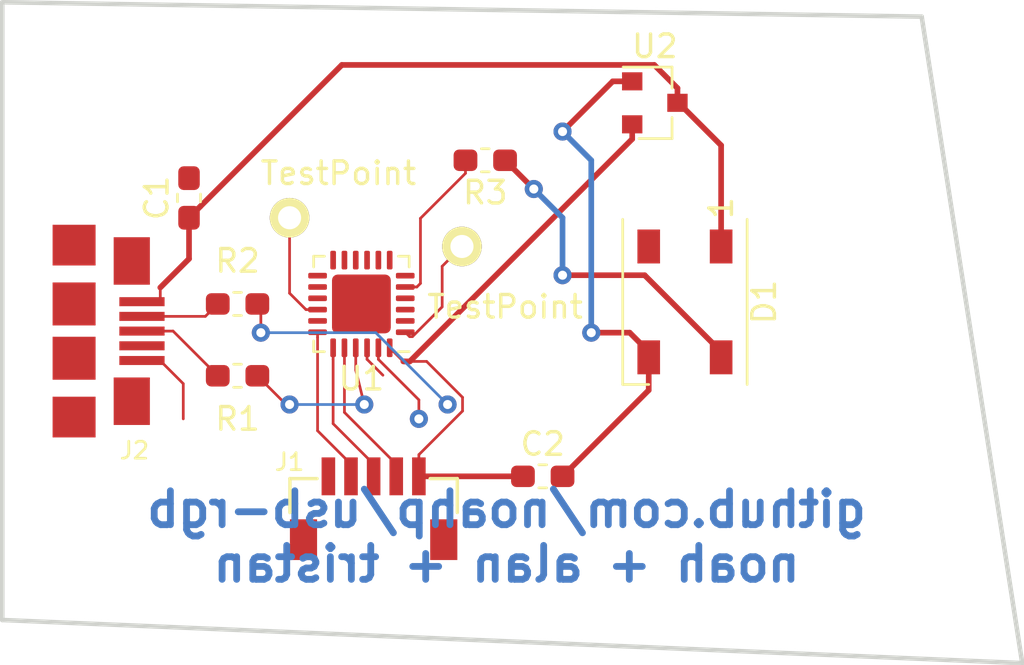
<source format=kicad_pcb>
(kicad_pcb (version 20171130) (host pcbnew 5.0.0-fee4fd1~66~ubuntu18.04.1)

  (general
    (thickness 1.6)
    (drawings 6)
    (tracks 95)
    (zones 0)
    (modules 12)
    (nets 32)
  )

  (page A4)
  (layers
    (0 F.Cu signal)
    (31 B.Cu signal)
    (32 B.Adhes user)
    (33 F.Adhes user)
    (34 B.Paste user)
    (35 F.Paste user)
    (36 B.SilkS user)
    (37 F.SilkS user)
    (38 B.Mask user)
    (39 F.Mask user)
    (40 Dwgs.User user)
    (41 Cmts.User user)
    (42 Eco1.User user)
    (43 Eco2.User user)
    (44 Edge.Cuts user)
    (45 Margin user)
    (46 B.CrtYd user)
    (47 F.CrtYd user)
    (48 B.Fab user)
    (49 F.Fab user hide)
  )

  (setup
    (last_trace_width 0.12)
    (user_trace_width 0.12)
    (trace_clearance 0.2)
    (zone_clearance 0.508)
    (zone_45_only no)
    (trace_min 0.1)
    (segment_width 0.2)
    (edge_width 0.15)
    (via_size 0.8)
    (via_drill 0.4)
    (via_min_size 0.4)
    (via_min_drill 0.3)
    (uvia_size 0.3)
    (uvia_drill 0.1)
    (uvias_allowed no)
    (uvia_min_size 0.2)
    (uvia_min_drill 0.1)
    (pcb_text_width 0.3)
    (pcb_text_size 1.5 1.5)
    (mod_edge_width 0.15)
    (mod_text_size 1 1)
    (mod_text_width 0.15)
    (pad_size 1.524 1.524)
    (pad_drill 0.762)
    (pad_to_mask_clearance 0.2)
    (aux_axis_origin 0 0)
    (visible_elements FFFFFF7F)
    (pcbplotparams
      (layerselection 0x010fc_ffffffff)
      (usegerberextensions false)
      (usegerberattributes false)
      (usegerberadvancedattributes false)
      (creategerberjobfile false)
      (excludeedgelayer true)
      (linewidth 0.100000)
      (plotframeref false)
      (viasonmask false)
      (mode 1)
      (useauxorigin false)
      (hpglpennumber 1)
      (hpglpenspeed 20)
      (hpglpendiameter 15.000000)
      (psnegative false)
      (psa4output false)
      (plotreference true)
      (plotvalue true)
      (plotinvisibletext false)
      (padsonsilk false)
      (subtractmaskfromsilk false)
      (outputformat 1)
      (mirror false)
      (drillshape 1)
      (scaleselection 1)
      (outputdirectory ""))
  )

  (net 0 "")
  (net 1 GND)
  (net 2 /usb_vbus)
  (net 3 /vdd)
  (net 4 /rgb_ctl)
  (net 5 "Net-(D1-Pad2)")
  (net 6 /~rst)
  (net 7 /swclk)
  (net 8 /swdio)
  (net 9 "Net-(J2-Pad6)")
  (net 10 /usb_dm)
  (net 11 /usb_dp)
  (net 12 "Net-(J2-Pad4)")
  (net 13 /mcu_usbdm)
  (net 14 /mcu_usbdp)
  (net 15 /sercom0-pad[0])
  (net 16 /usb_sof_pin)
  (net 17 /touch_sns)
  (net 18 "Net-(U1-Pad2)")
  (net 19 "Net-(U1-Pad3)")
  (net 20 "Net-(U1-Pad4)")
  (net 21 "Net-(U1-Pad6)")
  (net 22 "Net-(U1-Pad7)")
  (net 23 "Net-(U1-Pad8)")
  (net 24 "Net-(U1-Pad9)")
  (net 25 "Net-(U1-Pad10)")
  (net 26 "Net-(U1-Pad11)")
  (net 27 "Net-(U1-Pad12)")
  (net 28 "Net-(U1-Pad13)")
  (net 29 "Net-(U1-Pad14)")
  (net 30 "Net-(U1-Pad15)")
  (net 31 "Net-(U1-Pad17)")

  (net_class Default "This is the default net class."
    (clearance 0.2)
    (trace_width 0.25)
    (via_dia 0.8)
    (via_drill 0.4)
    (uvia_dia 0.3)
    (uvia_drill 0.1)
    (add_net /mcu_usbdm)
    (add_net /mcu_usbdp)
    (add_net /rgb_ctl)
    (add_net /sercom0-pad[0])
    (add_net /swclk)
    (add_net /swdio)
    (add_net /touch_sns)
    (add_net /usb_dm)
    (add_net /usb_dp)
    (add_net /usb_sof_pin)
    (add_net /usb_vbus)
    (add_net /vdd)
    (add_net /~rst)
    (add_net GND)
    (add_net "Net-(D1-Pad2)")
    (add_net "Net-(J2-Pad4)")
    (add_net "Net-(J2-Pad6)")
    (add_net "Net-(U1-Pad10)")
    (add_net "Net-(U1-Pad11)")
    (add_net "Net-(U1-Pad12)")
    (add_net "Net-(U1-Pad13)")
    (add_net "Net-(U1-Pad14)")
    (add_net "Net-(U1-Pad15)")
    (add_net "Net-(U1-Pad17)")
    (add_net "Net-(U1-Pad2)")
    (add_net "Net-(U1-Pad3)")
    (add_net "Net-(U1-Pad4)")
    (add_net "Net-(U1-Pad6)")
    (add_net "Net-(U1-Pad7)")
    (add_net "Net-(U1-Pad8)")
    (add_net "Net-(U1-Pad9)")
  )

  (module Capacitor_SMD:C_0603_1608Metric_Pad1.05x0.95mm_HandSolder (layer F.Cu) (tedit 5B301BBE) (tstamp 5BC4F0EA)
    (at 132.08 94.375 90)
    (descr "Capacitor SMD 0603 (1608 Metric), square (rectangular) end terminal, IPC_7351 nominal with elongated pad for handsoldering. (Body size source: http://www.tortai-tech.com/upload/download/2011102023233369053.pdf), generated with kicad-footprint-generator")
    (tags "capacitor handsolder")
    (path /5BA6E9FD)
    (attr smd)
    (fp_text reference C1 (at 0 -1.43 90) (layer F.SilkS)
      (effects (font (size 1 1) (thickness 0.15)))
    )
    (fp_text value C (at 0 1.43 90) (layer F.Fab)
      (effects (font (size 1 1) (thickness 0.15)))
    )
    (fp_text user %R (at 0 0 90) (layer F.Fab)
      (effects (font (size 0.4 0.4) (thickness 0.06)))
    )
    (fp_line (start 1.65 0.73) (end -1.65 0.73) (layer F.CrtYd) (width 0.05))
    (fp_line (start 1.65 -0.73) (end 1.65 0.73) (layer F.CrtYd) (width 0.05))
    (fp_line (start -1.65 -0.73) (end 1.65 -0.73) (layer F.CrtYd) (width 0.05))
    (fp_line (start -1.65 0.73) (end -1.65 -0.73) (layer F.CrtYd) (width 0.05))
    (fp_line (start -0.171267 0.51) (end 0.171267 0.51) (layer F.SilkS) (width 0.12))
    (fp_line (start -0.171267 -0.51) (end 0.171267 -0.51) (layer F.SilkS) (width 0.12))
    (fp_line (start 0.8 0.4) (end -0.8 0.4) (layer F.Fab) (width 0.1))
    (fp_line (start 0.8 -0.4) (end 0.8 0.4) (layer F.Fab) (width 0.1))
    (fp_line (start -0.8 -0.4) (end 0.8 -0.4) (layer F.Fab) (width 0.1))
    (fp_line (start -0.8 0.4) (end -0.8 -0.4) (layer F.Fab) (width 0.1))
    (pad 2 smd roundrect (at 0.875 0 90) (size 1.05 0.95) (layers F.Cu F.Paste F.Mask) (roundrect_rratio 0.25)
      (net 1 GND))
    (pad 1 smd roundrect (at -0.875 0 90) (size 1.05 0.95) (layers F.Cu F.Paste F.Mask) (roundrect_rratio 0.25)
      (net 2 /usb_vbus))
    (model ${KISYS3DMOD}/Capacitor_SMD.3dshapes/C_0603_1608Metric.wrl
      (at (xyz 0 0 0))
      (scale (xyz 1 1 1))
      (rotate (xyz 0 0 0))
    )
  )

  (module Capacitor_SMD:C_0603_1608Metric_Pad1.05x0.95mm_HandSolder (layer F.Cu) (tedit 5B301BBE) (tstamp 5BC4F0FB)
    (at 147.715 106.68)
    (descr "Capacitor SMD 0603 (1608 Metric), square (rectangular) end terminal, IPC_7351 nominal with elongated pad for handsoldering. (Body size source: http://www.tortai-tech.com/upload/download/2011102023233369053.pdf), generated with kicad-footprint-generator")
    (tags "capacitor handsolder")
    (path /5BA6A54F)
    (attr smd)
    (fp_text reference C2 (at 0 -1.43) (layer F.SilkS)
      (effects (font (size 1 1) (thickness 0.15)))
    )
    (fp_text value C (at 0 1.43) (layer F.Fab)
      (effects (font (size 1 1) (thickness 0.15)))
    )
    (fp_line (start -0.8 0.4) (end -0.8 -0.4) (layer F.Fab) (width 0.1))
    (fp_line (start -0.8 -0.4) (end 0.8 -0.4) (layer F.Fab) (width 0.1))
    (fp_line (start 0.8 -0.4) (end 0.8 0.4) (layer F.Fab) (width 0.1))
    (fp_line (start 0.8 0.4) (end -0.8 0.4) (layer F.Fab) (width 0.1))
    (fp_line (start -0.171267 -0.51) (end 0.171267 -0.51) (layer F.SilkS) (width 0.12))
    (fp_line (start -0.171267 0.51) (end 0.171267 0.51) (layer F.SilkS) (width 0.12))
    (fp_line (start -1.65 0.73) (end -1.65 -0.73) (layer F.CrtYd) (width 0.05))
    (fp_line (start -1.65 -0.73) (end 1.65 -0.73) (layer F.CrtYd) (width 0.05))
    (fp_line (start 1.65 -0.73) (end 1.65 0.73) (layer F.CrtYd) (width 0.05))
    (fp_line (start 1.65 0.73) (end -1.65 0.73) (layer F.CrtYd) (width 0.05))
    (fp_text user %R (at 0 0) (layer F.Fab)
      (effects (font (size 0.4 0.4) (thickness 0.06)))
    )
    (pad 1 smd roundrect (at -0.875 0) (size 1.05 0.95) (layers F.Cu F.Paste F.Mask) (roundrect_rratio 0.25)
      (net 3 /vdd))
    (pad 2 smd roundrect (at 0.875 0) (size 1.05 0.95) (layers F.Cu F.Paste F.Mask) (roundrect_rratio 0.25)
      (net 1 GND))
    (model ${KISYS3DMOD}/Capacitor_SMD.3dshapes/C_0603_1608Metric.wrl
      (at (xyz 0 0 0))
      (scale (xyz 1 1 1))
      (rotate (xyz 0 0 0))
    )
  )

  (module LED_SMD:LED_WS2812B_PLCC4_5.0x5.0mm_P3.2mm (layer F.Cu) (tedit 5AA4B285) (tstamp 5BC4F112)
    (at 154 98.97 270)
    (descr https://cdn-shop.adafruit.com/datasheets/WS2812B.pdf)
    (tags "LED RGB NeoPixel")
    (path /5BA6A806)
    (attr smd)
    (fp_text reference D1 (at 0 -3.5 270) (layer F.SilkS)
      (effects (font (size 1 1) (thickness 0.15)))
    )
    (fp_text value WS2812B (at 0 4 270) (layer F.Fab)
      (effects (font (size 1 1) (thickness 0.15)))
    )
    (fp_text user 1 (at -4.15 -1.6 270) (layer F.SilkS)
      (effects (font (size 1 1) (thickness 0.15)))
    )
    (fp_text user %R (at 0 0 270) (layer F.Fab)
      (effects (font (size 0.8 0.8) (thickness 0.15)))
    )
    (fp_line (start 3.45 -2.75) (end -3.45 -2.75) (layer F.CrtYd) (width 0.05))
    (fp_line (start 3.45 2.75) (end 3.45 -2.75) (layer F.CrtYd) (width 0.05))
    (fp_line (start -3.45 2.75) (end 3.45 2.75) (layer F.CrtYd) (width 0.05))
    (fp_line (start -3.45 -2.75) (end -3.45 2.75) (layer F.CrtYd) (width 0.05))
    (fp_line (start 2.5 1.5) (end 1.5 2.5) (layer F.Fab) (width 0.1))
    (fp_line (start -2.5 -2.5) (end -2.5 2.5) (layer F.Fab) (width 0.1))
    (fp_line (start -2.5 2.5) (end 2.5 2.5) (layer F.Fab) (width 0.1))
    (fp_line (start 2.5 2.5) (end 2.5 -2.5) (layer F.Fab) (width 0.1))
    (fp_line (start 2.5 -2.5) (end -2.5 -2.5) (layer F.Fab) (width 0.1))
    (fp_line (start -3.65 -2.75) (end 3.65 -2.75) (layer F.SilkS) (width 0.12))
    (fp_line (start -3.65 2.75) (end 3.65 2.75) (layer F.SilkS) (width 0.12))
    (fp_line (start 3.65 2.75) (end 3.65 1.6) (layer F.SilkS) (width 0.12))
    (fp_circle (center 0 0) (end 0 -2) (layer F.Fab) (width 0.1))
    (pad 3 smd rect (at 2.45 1.6 270) (size 1.5 1) (layers F.Cu F.Paste F.Mask)
      (net 1 GND))
    (pad 4 smd rect (at 2.45 -1.6 270) (size 1.5 1) (layers F.Cu F.Paste F.Mask)
      (net 4 /rgb_ctl))
    (pad 2 smd rect (at -2.45 1.6 270) (size 1.5 1) (layers F.Cu F.Paste F.Mask)
      (net 5 "Net-(D1-Pad2)"))
    (pad 1 smd rect (at -2.45 -1.6 270) (size 1.5 1) (layers F.Cu F.Paste F.Mask)
      (net 2 /usb_vbus))
    (model ${KISYS3DMOD}/LED_SMD.3dshapes/LED_WS2812B_PLCC4_5.0x5.0mm_P3.2mm.wrl
      (at (xyz 0 0 0))
      (scale (xyz 1 1 1))
      (rotate (xyz 0 0 0))
    )
  )

  (module kicadlib:SMD_JST_5_PIN_VERT (layer F.Cu) (tedit 564217E5) (tstamp 5BC4F121)
    (at 142.24 106.68 180)
    (path /5BA6CB5A)
    (fp_text reference J1 (at 5.715 0.635 180) (layer F.SilkS)
      (effects (font (size 0.75 0.75) (thickness 0.12)))
    )
    (fp_text value Conn_01x05_Female (at 2.4 -4.4 180) (layer F.Fab)
      (effects (font (size 0.75 0.75) (thickness 0.12)))
    )
    (fp_line (start 4.5 -0.1) (end 5.7 -0.1) (layer F.SilkS) (width 0.15))
    (fp_line (start 5.7 -1.6) (end 5.7 -0.1) (layer F.SilkS) (width 0.15))
    (fp_line (start -1.7 -1.6) (end -1.7 -0.1) (layer F.SilkS) (width 0.15))
    (fp_line (start -0.5 -0.1) (end -1.7 -0.1) (layer F.SilkS) (width 0.15))
    (pad 1 smd rect (at 0 0 180) (size 0.6 1.675) (layers F.Cu F.Paste F.Mask)
      (net 3 /vdd))
    (pad 2 smd rect (at 1 0 180) (size 0.6 1.675) (layers F.Cu F.Paste F.Mask)
      (net 8 /swdio))
    (pad 3 smd rect (at 2 0 180) (size 0.6 1.675) (layers F.Cu F.Paste F.Mask)
      (net 7 /swclk))
    (pad 4 smd rect (at 3 0 180) (size 0.6 1.675) (layers F.Cu F.Paste F.Mask)
      (net 6 /~rst))
    (pad 5 smd rect (at 4 0 180) (size 0.6 1.675) (layers F.Cu F.Paste F.Mask)
      (net 1 GND))
    (pad "" smd rect (at 5.1 -2.8 180) (size 1.2 1.8) (layers F.Cu F.Paste F.Mask))
    (pad "" smd rect (at -1.1 -2.8 180) (size 1.2 1.8) (layers F.Cu F.Paste F.Mask))
    (model ${KIPRJMOD}/kicadlib/kicadlib.pretty/models/SMD_5_PIN_JST_VERT.wrl
      (offset (xyz 1.981199970245361 2.539999961853027 0))
      (scale (xyz 0.39 0.39 0.39))
      (rotate (xyz -90 0 0))
    )
  )

  (module kicadlib:usb_micro_b_smt (layer F.Cu) (tedit 56452324) (tstamp 5BC4F130)
    (at 127 100.26 270)
    (path /5BA6A30E)
    (fp_text reference J2 (at 5.277 -2.667) (layer F.SilkS)
      (effects (font (size 0.75 0.75) (thickness 0.12)))
    )
    (fp_text value USB_B_Micro (at 0 2.159 270) (layer F.SilkS) hide
      (effects (font (size 0.75 0.75) (thickness 0.15)))
    )
    (pad 6 smd rect (at 1.2 0 270) (size 1.9 1.9) (layers F.Cu F.Paste F.Mask)
      (net 9 "Net-(J2-Pad6)"))
    (pad 6 smd rect (at -1.2 0 270) (size 1.9 1.9) (layers F.Cu F.Paste F.Mask)
      (net 9 "Net-(J2-Pad6)"))
    (pad 6 smd rect (at 3.8 0 270) (size 1.8 1.9) (layers F.Cu F.Paste F.Mask)
      (net 9 "Net-(J2-Pad6)"))
    (pad 6 smd rect (at -3.8 0 270) (size 1.8 1.9) (layers F.Cu F.Paste F.Mask)
      (net 9 "Net-(J2-Pad6)"))
    (pad 6 smd rect (at -3.1 -2.55 270) (size 2.1 1.6) (layers F.Cu F.Paste F.Mask)
      (net 9 "Net-(J2-Pad6)"))
    (pad 6 smd rect (at 3.1 -2.55 270) (size 2.1 1.6) (layers F.Cu F.Paste F.Mask)
      (net 9 "Net-(J2-Pad6)"))
    (pad 2 smd rect (at -0.65 -3 270) (size 0.4 2) (layers F.Cu F.Paste F.Mask)
      (net 10 /usb_dm))
    (pad 3 smd rect (at 0 -3 270) (size 0.4 2) (layers F.Cu F.Paste F.Mask)
      (net 11 /usb_dp))
    (pad 4 smd rect (at 0.65 -3 270) (size 0.4 2) (layers F.Cu F.Paste F.Mask)
      (net 12 "Net-(J2-Pad4)"))
    (pad 5 smd rect (at 1.3 -3 270) (size 0.4 2) (layers F.Cu F.Paste F.Mask)
      (net 1 GND))
    (pad 1 smd rect (at -1.3 -3 270) (size 0.4 2) (layers F.Cu F.Paste F.Mask)
      (net 2 /usb_vbus))
    (model ${KIPRJMOD}/kicadlib/kicadlib.pretty/models/USB_MICRO_B_SMT.wrl
      (offset (xyz -99.56799850463867 3.225799951553345 -0.3809999942779541))
      (scale (xyz 0.4 0.4 0.4))
      (rotate (xyz -90 0 0))
    )
  )

  (module Resistor_SMD:R_0603_1608Metric_Pad1.05x0.95mm_HandSolder (layer F.Cu) (tedit 5B301BBD) (tstamp 5BC4F141)
    (at 134.225 102.235)
    (descr "Resistor SMD 0603 (1608 Metric), square (rectangular) end terminal, IPC_7351 nominal with elongated pad for handsoldering. (Body size source: http://www.tortai-tech.com/upload/download/2011102023233369053.pdf), generated with kicad-footprint-generator")
    (tags "resistor handsolder")
    (path /5BA6B554)
    (attr smd)
    (fp_text reference R1 (at 0 1.905) (layer F.SilkS)
      (effects (font (size 1 1) (thickness 0.15)))
    )
    (fp_text value R (at 0 1.43) (layer F.Fab)
      (effects (font (size 1 1) (thickness 0.15)))
    )
    (fp_line (start -0.8 0.4) (end -0.8 -0.4) (layer F.Fab) (width 0.1))
    (fp_line (start -0.8 -0.4) (end 0.8 -0.4) (layer F.Fab) (width 0.1))
    (fp_line (start 0.8 -0.4) (end 0.8 0.4) (layer F.Fab) (width 0.1))
    (fp_line (start 0.8 0.4) (end -0.8 0.4) (layer F.Fab) (width 0.1))
    (fp_line (start -0.171267 -0.51) (end 0.171267 -0.51) (layer F.SilkS) (width 0.12))
    (fp_line (start -0.171267 0.51) (end 0.171267 0.51) (layer F.SilkS) (width 0.12))
    (fp_line (start -1.65 0.73) (end -1.65 -0.73) (layer F.CrtYd) (width 0.05))
    (fp_line (start -1.65 -0.73) (end 1.65 -0.73) (layer F.CrtYd) (width 0.05))
    (fp_line (start 1.65 -0.73) (end 1.65 0.73) (layer F.CrtYd) (width 0.05))
    (fp_line (start 1.65 0.73) (end -1.65 0.73) (layer F.CrtYd) (width 0.05))
    (fp_text user %R (at 0 0) (layer F.Fab)
      (effects (font (size 0.4 0.4) (thickness 0.06)))
    )
    (pad 1 smd roundrect (at -0.875 0) (size 1.05 0.95) (layers F.Cu F.Paste F.Mask) (roundrect_rratio 0.25)
      (net 11 /usb_dp))
    (pad 2 smd roundrect (at 0.875 0) (size 1.05 0.95) (layers F.Cu F.Paste F.Mask) (roundrect_rratio 0.25)
      (net 13 /mcu_usbdm))
    (model ${KISYS3DMOD}/Resistor_SMD.3dshapes/R_0603_1608Metric.wrl
      (at (xyz 0 0 0))
      (scale (xyz 1 1 1))
      (rotate (xyz 0 0 0))
    )
  )

  (module Resistor_SMD:R_0603_1608Metric_Pad1.05x0.95mm_HandSolder (layer F.Cu) (tedit 5B301BBD) (tstamp 5BC4F152)
    (at 134.225 99.06 180)
    (descr "Resistor SMD 0603 (1608 Metric), square (rectangular) end terminal, IPC_7351 nominal with elongated pad for handsoldering. (Body size source: http://www.tortai-tech.com/upload/download/2011102023233369053.pdf), generated with kicad-footprint-generator")
    (tags "resistor handsolder")
    (path /5BA6B6E6)
    (attr smd)
    (fp_text reference R2 (at 0 1.905 180) (layer F.SilkS)
      (effects (font (size 1 1) (thickness 0.15)))
    )
    (fp_text value R22 (at 0 1.43 180) (layer F.Fab)
      (effects (font (size 1 1) (thickness 0.15)))
    )
    (fp_text user %R (at 0 0) (layer F.Fab)
      (effects (font (size 0.4 0.4) (thickness 0.06)))
    )
    (fp_line (start 1.65 0.73) (end -1.65 0.73) (layer F.CrtYd) (width 0.05))
    (fp_line (start 1.65 -0.73) (end 1.65 0.73) (layer F.CrtYd) (width 0.05))
    (fp_line (start -1.65 -0.73) (end 1.65 -0.73) (layer F.CrtYd) (width 0.05))
    (fp_line (start -1.65 0.73) (end -1.65 -0.73) (layer F.CrtYd) (width 0.05))
    (fp_line (start -0.171267 0.51) (end 0.171267 0.51) (layer F.SilkS) (width 0.12))
    (fp_line (start -0.171267 -0.51) (end 0.171267 -0.51) (layer F.SilkS) (width 0.12))
    (fp_line (start 0.8 0.4) (end -0.8 0.4) (layer F.Fab) (width 0.1))
    (fp_line (start 0.8 -0.4) (end 0.8 0.4) (layer F.Fab) (width 0.1))
    (fp_line (start -0.8 -0.4) (end 0.8 -0.4) (layer F.Fab) (width 0.1))
    (fp_line (start -0.8 0.4) (end -0.8 -0.4) (layer F.Fab) (width 0.1))
    (pad 2 smd roundrect (at 0.875 0 180) (size 1.05 0.95) (layers F.Cu F.Paste F.Mask) (roundrect_rratio 0.25)
      (net 10 /usb_dm))
    (pad 1 smd roundrect (at -0.875 0 180) (size 1.05 0.95) (layers F.Cu F.Paste F.Mask) (roundrect_rratio 0.25)
      (net 14 /mcu_usbdp))
    (model ${KISYS3DMOD}/Resistor_SMD.3dshapes/R_0603_1608Metric.wrl
      (at (xyz 0 0 0))
      (scale (xyz 1 1 1))
      (rotate (xyz 0 0 0))
    )
  )

  (module Resistor_SMD:R_0603_1608Metric_Pad1.05x0.95mm_HandSolder (layer F.Cu) (tedit 5B301BBD) (tstamp 5BC4F163)
    (at 145.175 92.71 180)
    (descr "Resistor SMD 0603 (1608 Metric), square (rectangular) end terminal, IPC_7351 nominal with elongated pad for handsoldering. (Body size source: http://www.tortai-tech.com/upload/download/2011102023233369053.pdf), generated with kicad-footprint-generator")
    (tags "resistor handsolder")
    (path /5BA6DD1C)
    (attr smd)
    (fp_text reference R3 (at 0 -1.43 180) (layer F.SilkS)
      (effects (font (size 1 1) (thickness 0.15)))
    )
    (fp_text value R10 (at 0 1.43 180) (layer F.Fab)
      (effects (font (size 1 1) (thickness 0.15)))
    )
    (fp_line (start -0.8 0.4) (end -0.8 -0.4) (layer F.Fab) (width 0.1))
    (fp_line (start -0.8 -0.4) (end 0.8 -0.4) (layer F.Fab) (width 0.1))
    (fp_line (start 0.8 -0.4) (end 0.8 0.4) (layer F.Fab) (width 0.1))
    (fp_line (start 0.8 0.4) (end -0.8 0.4) (layer F.Fab) (width 0.1))
    (fp_line (start -0.171267 -0.51) (end 0.171267 -0.51) (layer F.SilkS) (width 0.12))
    (fp_line (start -0.171267 0.51) (end 0.171267 0.51) (layer F.SilkS) (width 0.12))
    (fp_line (start -1.65 0.73) (end -1.65 -0.73) (layer F.CrtYd) (width 0.05))
    (fp_line (start -1.65 -0.73) (end 1.65 -0.73) (layer F.CrtYd) (width 0.05))
    (fp_line (start 1.65 -0.73) (end 1.65 0.73) (layer F.CrtYd) (width 0.05))
    (fp_line (start 1.65 0.73) (end -1.65 0.73) (layer F.CrtYd) (width 0.05))
    (fp_text user %R (at 0 0 180) (layer F.Fab)
      (effects (font (size 0.4 0.4) (thickness 0.06)))
    )
    (pad 1 smd roundrect (at -0.875 0 180) (size 1.05 0.95) (layers F.Cu F.Paste F.Mask) (roundrect_rratio 0.25)
      (net 4 /rgb_ctl))
    (pad 2 smd roundrect (at 0.875 0 180) (size 1.05 0.95) (layers F.Cu F.Paste F.Mask) (roundrect_rratio 0.25)
      (net 15 /sercom0-pad[0]))
    (model ${KISYS3DMOD}/Resistor_SMD.3dshapes/R_0603_1608Metric.wrl
      (at (xyz 0 0 0))
      (scale (xyz 1 1 1))
      (rotate (xyz 0 0 0))
    )
  )

  (module kicadlib:TEST_0.100 (layer F.Cu) (tedit 514BA442) (tstamp 5BC4F168)
    (at 136.525 95.25)
    (path /5BA6E22C)
    (fp_text reference TP1 (at 0 -2.1) (layer F.SilkS) hide
      (effects (font (size 1 1) (thickness 0.15)))
    )
    (fp_text value TestPoint (at 2.159 -1.9685) (layer F.SilkS)
      (effects (font (size 1 1) (thickness 0.15)))
    )
    (pad 1 thru_hole circle (at 0 0) (size 1.75 1.75) (drill 1.02) (layers *.Cu *.Mask F.SilkS)
      (net 16 /usb_sof_pin))
  )

  (module kicadlib:TEST_0.100 (layer F.Cu) (tedit 514BA442) (tstamp 5BC4F16D)
    (at 144.145 96.52)
    (path /5BA6AE28)
    (fp_text reference TP2 (at 0 -2.1) (layer F.SilkS) hide
      (effects (font (size 1 1) (thickness 0.15)))
    )
    (fp_text value TestPoint (at 1.905 2.667) (layer F.SilkS)
      (effects (font (size 1 1) (thickness 0.15)))
    )
    (pad 1 thru_hole circle (at 0 0) (size 1.75 1.75) (drill 1.02) (layers *.Cu *.Mask F.SilkS)
      (net 17 /touch_sns))
  )

  (module Package_DFN_QFN:QFN-24-1EP_4x4mm_P0.5mm_EP2.6x2.6mm (layer F.Cu) (tedit 5B4D10EE) (tstamp 5BC4F19F)
    (at 139.7 99.06 180)
    (descr "QFN, 24 Pin (http://ww1.microchip.com/downloads/en/PackagingSpec/00000049BQ.pdf (Page 278)), generated with kicad-footprint-generator ipc_dfn_qfn_generator.py")
    (tags "QFN DFN_QFN")
    (path /5BA6A1AF)
    (attr smd)
    (fp_text reference U1 (at 0 -3.3 180) (layer F.SilkS)
      (effects (font (size 1 1) (thickness 0.15)))
    )
    (fp_text value SAMD11D14A-M (at 0 3.3 180) (layer F.Fab)
      (effects (font (size 1 1) (thickness 0.15)))
    )
    (fp_line (start 1.635 -2.11) (end 2.11 -2.11) (layer F.SilkS) (width 0.12))
    (fp_line (start 2.11 -2.11) (end 2.11 -1.635) (layer F.SilkS) (width 0.12))
    (fp_line (start -1.635 2.11) (end -2.11 2.11) (layer F.SilkS) (width 0.12))
    (fp_line (start -2.11 2.11) (end -2.11 1.635) (layer F.SilkS) (width 0.12))
    (fp_line (start 1.635 2.11) (end 2.11 2.11) (layer F.SilkS) (width 0.12))
    (fp_line (start 2.11 2.11) (end 2.11 1.635) (layer F.SilkS) (width 0.12))
    (fp_line (start -1.635 -2.11) (end -2.11 -2.11) (layer F.SilkS) (width 0.12))
    (fp_line (start -1 -2) (end 2 -2) (layer F.Fab) (width 0.1))
    (fp_line (start 2 -2) (end 2 2) (layer F.Fab) (width 0.1))
    (fp_line (start 2 2) (end -2 2) (layer F.Fab) (width 0.1))
    (fp_line (start -2 2) (end -2 -1) (layer F.Fab) (width 0.1))
    (fp_line (start -2 -1) (end -1 -2) (layer F.Fab) (width 0.1))
    (fp_line (start -2.6 -2.6) (end -2.6 2.6) (layer F.CrtYd) (width 0.05))
    (fp_line (start -2.6 2.6) (end 2.6 2.6) (layer F.CrtYd) (width 0.05))
    (fp_line (start 2.6 2.6) (end 2.6 -2.6) (layer F.CrtYd) (width 0.05))
    (fp_line (start 2.6 -2.6) (end -2.6 -2.6) (layer F.CrtYd) (width 0.05))
    (fp_text user %R (at 0 0 180) (layer F.Fab)
      (effects (font (size 1 1) (thickness 0.15)))
    )
    (pad 25 smd roundrect (at 0 0 180) (size 2.6 2.6) (layers F.Cu F.Mask) (roundrect_rratio 0.096154))
    (pad "" smd roundrect (at -0.65 -0.65 180) (size 1.05 1.05) (layers F.Paste) (roundrect_rratio 0.238095))
    (pad "" smd roundrect (at -0.65 0.65 180) (size 1.05 1.05) (layers F.Paste) (roundrect_rratio 0.238095))
    (pad "" smd roundrect (at 0.65 -0.65 180) (size 1.05 1.05) (layers F.Paste) (roundrect_rratio 0.238095))
    (pad "" smd roundrect (at 0.65 0.65 180) (size 1.05 1.05) (layers F.Paste) (roundrect_rratio 0.238095))
    (pad 1 smd roundrect (at -1.9375 -1.25 180) (size 0.825 0.25) (layers F.Cu F.Paste F.Mask) (roundrect_rratio 0.25)
      (net 17 /touch_sns))
    (pad 2 smd roundrect (at -1.9375 -0.75 180) (size 0.825 0.25) (layers F.Cu F.Paste F.Mask) (roundrect_rratio 0.25)
      (net 18 "Net-(U1-Pad2)"))
    (pad 3 smd roundrect (at -1.9375 -0.25 180) (size 0.825 0.25) (layers F.Cu F.Paste F.Mask) (roundrect_rratio 0.25)
      (net 19 "Net-(U1-Pad3)"))
    (pad 4 smd roundrect (at -1.9375 0.25 180) (size 0.825 0.25) (layers F.Cu F.Paste F.Mask) (roundrect_rratio 0.25)
      (net 20 "Net-(U1-Pad4)"))
    (pad 5 smd roundrect (at -1.9375 0.75 180) (size 0.825 0.25) (layers F.Cu F.Paste F.Mask) (roundrect_rratio 0.25)
      (net 15 /sercom0-pad[0]))
    (pad 6 smd roundrect (at -1.9375 1.25 180) (size 0.825 0.25) (layers F.Cu F.Paste F.Mask) (roundrect_rratio 0.25)
      (net 21 "Net-(U1-Pad6)"))
    (pad 7 smd roundrect (at -1.25 1.9375 180) (size 0.25 0.825) (layers F.Cu F.Paste F.Mask) (roundrect_rratio 0.25)
      (net 22 "Net-(U1-Pad7)"))
    (pad 8 smd roundrect (at -0.75 1.9375 180) (size 0.25 0.825) (layers F.Cu F.Paste F.Mask) (roundrect_rratio 0.25)
      (net 23 "Net-(U1-Pad8)"))
    (pad 9 smd roundrect (at -0.25 1.9375 180) (size 0.25 0.825) (layers F.Cu F.Paste F.Mask) (roundrect_rratio 0.25)
      (net 24 "Net-(U1-Pad9)"))
    (pad 10 smd roundrect (at 0.25 1.9375 180) (size 0.25 0.825) (layers F.Cu F.Paste F.Mask) (roundrect_rratio 0.25)
      (net 25 "Net-(U1-Pad10)"))
    (pad 11 smd roundrect (at 0.75 1.9375 180) (size 0.25 0.825) (layers F.Cu F.Paste F.Mask) (roundrect_rratio 0.25)
      (net 26 "Net-(U1-Pad11)"))
    (pad 12 smd roundrect (at 1.25 1.9375 180) (size 0.25 0.825) (layers F.Cu F.Paste F.Mask) (roundrect_rratio 0.25)
      (net 27 "Net-(U1-Pad12)"))
    (pad 13 smd roundrect (at 1.9375 1.25 180) (size 0.825 0.25) (layers F.Cu F.Paste F.Mask) (roundrect_rratio 0.25)
      (net 28 "Net-(U1-Pad13)"))
    (pad 14 smd roundrect (at 1.9375 0.75 180) (size 0.825 0.25) (layers F.Cu F.Paste F.Mask) (roundrect_rratio 0.25)
      (net 29 "Net-(U1-Pad14)"))
    (pad 15 smd roundrect (at 1.9375 0.25 180) (size 0.825 0.25) (layers F.Cu F.Paste F.Mask) (roundrect_rratio 0.25)
      (net 30 "Net-(U1-Pad15)"))
    (pad 16 smd roundrect (at 1.9375 -0.25 180) (size 0.825 0.25) (layers F.Cu F.Paste F.Mask) (roundrect_rratio 0.25)
      (net 16 /usb_sof_pin))
    (pad 17 smd roundrect (at 1.9375 -0.75 180) (size 0.825 0.25) (layers F.Cu F.Paste F.Mask) (roundrect_rratio 0.25)
      (net 31 "Net-(U1-Pad17)"))
    (pad 18 smd roundrect (at 1.9375 -1.25 180) (size 0.825 0.25) (layers F.Cu F.Paste F.Mask) (roundrect_rratio 0.25)
      (net 6 /~rst))
    (pad 19 smd roundrect (at 1.25 -1.9375 180) (size 0.25 0.825) (layers F.Cu F.Paste F.Mask) (roundrect_rratio 0.25)
      (net 7 /swclk))
    (pad 20 smd roundrect (at 0.75 -1.9375 180) (size 0.25 0.825) (layers F.Cu F.Paste F.Mask) (roundrect_rratio 0.25)
      (net 8 /swdio))
    (pad 21 smd roundrect (at 0.25 -1.9375 180) (size 0.25 0.825) (layers F.Cu F.Paste F.Mask) (roundrect_rratio 0.25)
      (net 13 /mcu_usbdm))
    (pad 22 smd roundrect (at -0.25 -1.9375 180) (size 0.25 0.825) (layers F.Cu F.Paste F.Mask) (roundrect_rratio 0.25)
      (net 14 /mcu_usbdp))
    (pad 23 smd roundrect (at -0.75 -1.9375 180) (size 0.25 0.825) (layers F.Cu F.Paste F.Mask) (roundrect_rratio 0.25)
      (net 1 GND))
    (pad 24 smd roundrect (at -1.25 -1.9375 180) (size 0.25 0.825) (layers F.Cu F.Paste F.Mask) (roundrect_rratio 0.25)
      (net 3 /vdd))
    (model ${KISYS3DMOD}/Package_DFN_QFN.3dshapes/QFN-24-1EP_4x4mm_P0.5mm_EP2.6x2.6mm.wrl
      (at (xyz 0 0 0))
      (scale (xyz 1 1 1))
      (rotate (xyz 0 0 0))
    )
  )

  (module Package_TO_SOT_SMD:SOT-23 (layer F.Cu) (tedit 5A02FF57) (tstamp 5BC4F1B4)
    (at 152.67 90.17)
    (descr "SOT-23, Standard")
    (tags SOT-23)
    (path /5BA6934A)
    (attr smd)
    (fp_text reference U2 (at 0 -2.5) (layer F.SilkS)
      (effects (font (size 1 1) (thickness 0.15)))
    )
    (fp_text value MCP1700-3302E_SOT23 (at 0 2.5) (layer F.Fab)
      (effects (font (size 1 1) (thickness 0.15)))
    )
    (fp_text user %R (at 0 0 90) (layer F.Fab)
      (effects (font (size 0.5 0.5) (thickness 0.075)))
    )
    (fp_line (start -0.7 -0.95) (end -0.7 1.5) (layer F.Fab) (width 0.1))
    (fp_line (start -0.15 -1.52) (end 0.7 -1.52) (layer F.Fab) (width 0.1))
    (fp_line (start -0.7 -0.95) (end -0.15 -1.52) (layer F.Fab) (width 0.1))
    (fp_line (start 0.7 -1.52) (end 0.7 1.52) (layer F.Fab) (width 0.1))
    (fp_line (start -0.7 1.52) (end 0.7 1.52) (layer F.Fab) (width 0.1))
    (fp_line (start 0.76 1.58) (end 0.76 0.65) (layer F.SilkS) (width 0.12))
    (fp_line (start 0.76 -1.58) (end 0.76 -0.65) (layer F.SilkS) (width 0.12))
    (fp_line (start -1.7 -1.75) (end 1.7 -1.75) (layer F.CrtYd) (width 0.05))
    (fp_line (start 1.7 -1.75) (end 1.7 1.75) (layer F.CrtYd) (width 0.05))
    (fp_line (start 1.7 1.75) (end -1.7 1.75) (layer F.CrtYd) (width 0.05))
    (fp_line (start -1.7 1.75) (end -1.7 -1.75) (layer F.CrtYd) (width 0.05))
    (fp_line (start 0.76 -1.58) (end -1.4 -1.58) (layer F.SilkS) (width 0.12))
    (fp_line (start 0.76 1.58) (end -0.7 1.58) (layer F.SilkS) (width 0.12))
    (pad 1 smd rect (at -1 -0.95) (size 0.9 0.8) (layers F.Cu F.Paste F.Mask)
      (net 1 GND))
    (pad 2 smd rect (at -1 0.95) (size 0.9 0.8) (layers F.Cu F.Paste F.Mask)
      (net 3 /vdd))
    (pad 3 smd rect (at 1 0) (size 0.9 0.8) (layers F.Cu F.Paste F.Mask)
      (net 2 /usb_vbus))
    (model ${KISYS3DMOD}/Package_TO_SOT_SMD.3dshapes/SOT-23.wrl
      (at (xyz 0 0 0))
      (scale (xyz 1 1 1))
      (rotate (xyz 0 0 0))
    )
  )

  (gr_text "github.com/noahp/usb-rgb\nnoah + alan + tristan" (at 146.1135 109.347) (layer B.Mask)
    (effects (font (size 1.5 1.5) (thickness 0.3)) (justify mirror))
  )
  (gr_text "github.com/noahp/usb-rgb\nnoah + alan + tristan" (at 146.1135 109.347) (layer B.Cu)
    (effects (font (size 1.5 1.5) (thickness 0.3)) (justify mirror))
  )
  (gr_line (start 164.465 86.36) (end 123.825 85.725) (layer Edge.Cuts) (width 0.2))
  (gr_line (start 168.91 114.935) (end 164.465 86.36) (layer Edge.Cuts) (width 0.2))
  (gr_line (start 123.825 113.03) (end 168.91 114.935) (layer Edge.Cuts) (width 0.2))
  (gr_line (start 123.825 85.725) (end 123.825 113.03) (layer Edge.Cuts) (width 0.2))

  (segment (start 152.4 102.87) (end 148.59 106.68) (width 0.25) (layer F.Cu) (net 1))
  (segment (start 152.4 101.42) (end 152.4 102.87) (width 0.25) (layer F.Cu) (net 1))
  (segment (start 151.67 89.22) (end 150.81 89.22) (width 0.25) (layer F.Cu) (net 1))
  (via (at 148.59 91.44) (size 0.8) (drill 0.4) (layers F.Cu B.Cu) (net 1))
  (segment (start 150.81 89.22) (end 148.59 91.44) (width 0.25) (layer F.Cu) (net 1))
  (segment (start 148.59 91.44) (end 149.86 92.71) (width 0.25) (layer B.Cu) (net 1))
  (via (at 149.86 100.33) (size 0.8) (drill 0.4) (layers F.Cu B.Cu) (net 1))
  (segment (start 149.86 92.71) (end 149.86 100.33) (width 0.25) (layer B.Cu) (net 1))
  (segment (start 152.4 101.17) (end 152.4 101.42) (width 0.25) (layer F.Cu) (net 1))
  (segment (start 151.56 100.33) (end 152.4 101.17) (width 0.25) (layer F.Cu) (net 1))
  (segment (start 149.86 100.33) (end 151.56 100.33) (width 0.25) (layer F.Cu) (net 1))
  (segment (start 140.45 101.51) (end 142.24 103.3) (width 0.12) (layer F.Cu) (net 1))
  (segment (start 140.45 100.9975) (end 140.45 101.51) (width 0.12) (layer F.Cu) (net 1))
  (via (at 142.24 104.14) (size 0.8) (drill 0.4) (layers F.Cu B.Cu) (net 1))
  (segment (start 142.24 103.3) (end 142.24 104.14) (width 0.12) (layer F.Cu) (net 1))
  (segment (start 130.8 101.56) (end 131.826 102.586) (width 0.12) (layer F.Cu) (net 1))
  (segment (start 130 101.56) (end 130.8 101.56) (width 0.12) (layer F.Cu) (net 1))
  (segment (start 131.826 102.586) (end 131.826 104.14) (width 0.12) (layer F.Cu) (net 1))
  (segment (start 153.72 90.17) (end 153.67 90.17) (width 0.25) (layer F.Cu) (net 2))
  (segment (start 155.6 92.05) (end 153.72 90.17) (width 0.25) (layer F.Cu) (net 2))
  (segment (start 155.6 96.52) (end 155.6 92.05) (width 0.25) (layer F.Cu) (net 2))
  (segment (start 132.08 97.065002) (end 130.81 98.335002) (width 0.25) (layer F.Cu) (net 2))
  (segment (start 132.08 95.25) (end 132.08 97.065002) (width 0.25) (layer F.Cu) (net 2))
  (segment (start 130.81 98.335002) (end 130.81 99.06) (width 0.12) (layer F.Cu) (net 2))
  (segment (start 132.579072 94.750928) (end 132.08 95.25) (width 0.25) (layer F.Cu) (net 2))
  (segment (start 138.835001 88.494999) (end 132.579072 94.750928) (width 0.25) (layer F.Cu) (net 2))
  (segment (start 152.644999 88.494999) (end 138.835001 88.494999) (width 0.25) (layer F.Cu) (net 2))
  (segment (start 153.67 89.52) (end 152.644999 88.494999) (width 0.25) (layer F.Cu) (net 2))
  (segment (start 153.67 90.17) (end 153.67 89.52) (width 0.25) (layer F.Cu) (net 2))
  (segment (start 151.67 91.77) (end 141.84 101.6) (width 0.25) (layer F.Cu) (net 3))
  (segment (start 151.67 91.12) (end 151.67 91.77) (width 0.25) (layer F.Cu) (net 3))
  (segment (start 146.84 106.68) (end 142.24 106.68) (width 0.25) (layer F.Cu) (net 3))
  (segment (start 140.95 100.9975) (end 141.5525 101.6) (width 0.12) (layer F.Cu) (net 3))
  (segment (start 142.581802 101.6) (end 141.605 101.6) (width 0.12) (layer F.Cu) (net 3))
  (segment (start 144.170001 103.188199) (end 142.581802 101.6) (width 0.12) (layer F.Cu) (net 3))
  (segment (start 142.24 105.7225) (end 144.170001 103.792499) (width 0.12) (layer F.Cu) (net 3))
  (segment (start 144.170001 103.792499) (end 144.170001 103.188199) (width 0.12) (layer F.Cu) (net 3))
  (segment (start 142.24 106.68) (end 142.24 105.7225) (width 0.12) (layer F.Cu) (net 3))
  (segment (start 141.605 101.6) (end 141.5525 101.6) (width 0.25) (layer F.Cu) (net 3))
  (segment (start 141.84 101.6) (end 141.605 101.6) (width 0.25) (layer F.Cu) (net 3))
  (via (at 147.32 93.98) (size 0.8) (drill 0.4) (layers F.Cu B.Cu) (net 4))
  (segment (start 146.05 92.71) (end 147.32 93.98) (width 0.25) (layer F.Cu) (net 4))
  (segment (start 147.32 93.98) (end 148.59 95.25) (width 0.25) (layer B.Cu) (net 4))
  (via (at 148.59 97.79) (size 0.8) (drill 0.4) (layers F.Cu B.Cu) (net 4))
  (segment (start 148.59 95.25) (end 148.59 97.79) (width 0.25) (layer B.Cu) (net 4))
  (segment (start 155.6 101.17) (end 155.6 101.42) (width 0.25) (layer F.Cu) (net 4))
  (segment (start 152.22 97.79) (end 155.6 101.17) (width 0.25) (layer F.Cu) (net 4))
  (segment (start 148.59 97.79) (end 152.22 97.79) (width 0.25) (layer F.Cu) (net 4))
  (segment (start 137.7625 104.665) (end 137.7625 100.535) (width 0.12) (layer F.Cu) (net 6))
  (segment (start 137.7625 100.535) (end 137.7625 100.31) (width 0.12) (layer F.Cu) (net 6))
  (segment (start 139.24 106.1425) (end 137.7625 104.665) (width 0.12) (layer F.Cu) (net 6))
  (segment (start 139.24 106.68) (end 139.24 106.1425) (width 0.12) (layer F.Cu) (net 6))
  (segment (start 138.45 104.3525) (end 138.45 101.51) (width 0.12) (layer F.Cu) (net 7))
  (segment (start 140.24 106.1425) (end 138.45 104.3525) (width 0.12) (layer F.Cu) (net 7))
  (segment (start 138.45 101.51) (end 138.45 100.9975) (width 0.12) (layer F.Cu) (net 7))
  (segment (start 140.24 106.68) (end 140.24 106.1425) (width 0.12) (layer F.Cu) (net 7))
  (segment (start 138.95 101.3661) (end 138.95 100.9975) (width 0.12) (layer F.Cu) (net 8))
  (segment (start 141.24 106.1425) (end 141.24 106.68) (width 0.12) (layer F.Cu) (net 8))
  (segment (start 138.95 103.8525) (end 141.24 106.1425) (width 0.12) (layer F.Cu) (net 8))
  (segment (start 138.95 100.9975) (end 138.95 103.8525) (width 0.12) (layer F.Cu) (net 8))
  (segment (start 132.8 99.61) (end 130.895 99.61) (width 0.12) (layer F.Cu) (net 10))
  (segment (start 133.35 99.06) (end 132.8 99.61) (width 0.12) (layer F.Cu) (net 10))
  (segment (start 130.895 99.61) (end 130 99.61) (width 0.12) (layer F.Cu) (net 10))
  (segment (start 131.375 100.26) (end 133.35 102.235) (width 0.12) (layer F.Cu) (net 11))
  (segment (start 130 100.26) (end 131.375 100.26) (width 0.12) (layer F.Cu) (net 11))
  (segment (start 135.1 102.235) (end 136.37 103.505) (width 0.12) (layer F.Cu) (net 13))
  (via (at 136.525 103.505) (size 0.8) (drill 0.4) (layers F.Cu B.Cu) (net 13))
  (segment (start 136.37 103.505) (end 136.525 103.505) (width 0.12) (layer F.Cu) (net 13))
  (segment (start 139.45 101.3661) (end 139.45 100.9975) (width 0.12) (layer F.Cu) (net 13))
  (via (at 139.827 103.505) (size 0.8) (drill 0.4) (layers F.Cu B.Cu) (net 13))
  (segment (start 139.45 101.985) (end 139.45 100.9975) (width 0.12) (layer F.Cu) (net 13))
  (segment (start 139.827 103.505) (end 139.45 101.985) (width 0.12) (layer F.Cu) (net 13))
  (segment (start 136.525 103.505) (end 139.827 103.505) (width 0.12) (layer B.Cu) (net 13))
  (segment (start 139.95 100.9975) (end 139.95 101.51) (width 0.12) (layer F.Cu) (net 14))
  (segment (start 139.95 101.51) (end 140.649999 102.209999) (width 0.12) (layer F.Cu) (net 14))
  (via (at 143.51 103.505) (size 0.8) (drill 0.4) (layers F.Cu B.Cu) (net 14))
  (via (at 135.255 100.33) (size 0.8) (drill 0.4) (layers F.Cu B.Cu) (net 14))
  (segment (start 140.041802 100.33) (end 135.255 100.33) (width 0.12) (layer B.Cu) (net 14))
  (segment (start 143.51 103.505) (end 140.335 100.33) (width 0.12) (layer B.Cu) (net 14))
  (segment (start 140.335 100.33) (end 140.041802 100.33) (width 0.12) (layer B.Cu) (net 14))
  (segment (start 135.255 99.215) (end 135.1 99.06) (width 0.12) (layer F.Cu) (net 14))
  (segment (start 135.255 100.33) (end 135.255 99.215) (width 0.12) (layer F.Cu) (net 14))
  (segment (start 142.15 98.31) (end 141.6375 98.31) (width 0.12) (layer F.Cu) (net 15))
  (segment (start 142.31001 98.14999) (end 142.15 98.31) (width 0.12) (layer F.Cu) (net 15))
  (segment (start 142.31001 95.27499) (end 142.31001 98.14999) (width 0.12) (layer F.Cu) (net 15))
  (segment (start 144.3 93.285) (end 142.31001 95.27499) (width 0.12) (layer F.Cu) (net 15))
  (segment (start 144.3 92.71) (end 144.3 93.285) (width 0.12) (layer F.Cu) (net 15))
  (segment (start 137.25 99.31) (end 137.7625 99.31) (width 0.12) (layer F.Cu) (net 16))
  (segment (start 136.525 98.585) (end 137.25 99.31) (width 0.12) (layer F.Cu) (net 16))
  (segment (start 136.525 95.25) (end 136.525 98.585) (width 0.12) (layer F.Cu) (net 16))
  (segment (start 143.270001 97.394999) (end 144.145 96.52) (width 0.12) (layer F.Cu) (net 17))
  (segment (start 143.270001 99.189999) (end 143.270001 97.394999) (width 0.12) (layer F.Cu) (net 17))
  (segment (start 141.95429 100.50571) (end 143.270001 99.189999) (width 0.12) (layer F.Cu) (net 17))
  (segment (start 141.83321 100.50571) (end 141.95429 100.50571) (width 0.12) (layer F.Cu) (net 17))
  (segment (start 141.6375 100.31) (end 141.83321 100.50571) (width 0.12) (layer F.Cu) (net 17))

  (zone (net 1) (net_name GND) (layer F.Cu) (tstamp 5BC502D3) (hatch edge 0.508)
    (connect_pads (clearance 0.508))
    (min_thickness 0.254)
    (fill (arc_segments 16) (thermal_gap 0.508) (thermal_bridge_width 0.508))
    (polygon
      (pts
        (xy 123.825 85.725) (xy 164.465 86.36) (xy 168.91 114.935) (xy 123.825 113.03)
      )
    )
  )
  (zone (net 1) (net_name GND) (layer B.Cu) (tstamp 5BC502D0) (hatch edge 0.508)
    (connect_pads (clearance 0.508))
    (min_thickness 0.254)
    (fill (arc_segments 16) (thermal_gap 0.508) (thermal_bridge_width 0.508))
    (polygon
      (pts
        (xy 123.825 85.725) (xy 164.465 86.36) (xy 168.91 114.935) (xy 123.825 113.03)
      )
    )
  )
)

</source>
